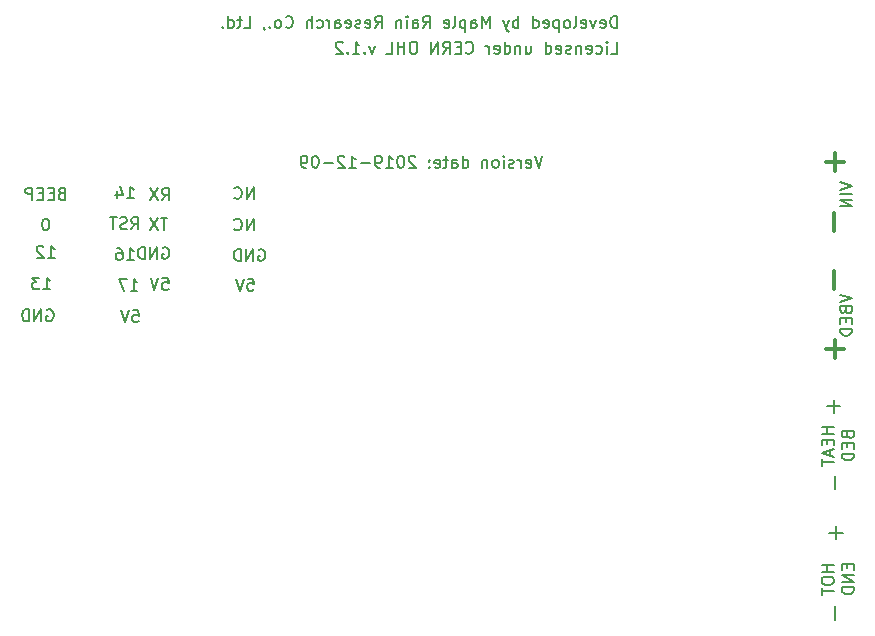
<source format=gbo>
G04 #@! TF.GenerationSoftware,KiCad,Pcbnew,5.0.2-bee76a0~70~ubuntu18.04.1*
G04 #@! TF.CreationDate,2019-12-09T08:46:58+09:00*
G04 #@! TF.ProjectId,MRR_ESPE,4d52525f-4553-4504-952e-6b696361645f,v0.5rev1*
G04 #@! TF.SameCoordinates,Original*
G04 #@! TF.FileFunction,Legend,Bot*
G04 #@! TF.FilePolarity,Positive*
%FSLAX46Y46*%
G04 Gerber Fmt 4.6, Leading zero omitted, Abs format (unit mm)*
G04 Created by KiCad (PCBNEW 5.0.2-bee76a0~70~ubuntu18.04.1) date Mon 09 Dec 2019 08:46:58 AM JST*
%MOMM*%
%LPD*%
G01*
G04 APERTURE LIST*
%ADD10C,0.200000*%
%ADD11C,0.300000*%
G04 APERTURE END LIST*
D10*
X72490476Y-67952380D02*
X73061904Y-67952380D01*
X72776190Y-67952380D02*
X72776190Y-66952380D01*
X72871428Y-67095238D01*
X72966666Y-67190476D01*
X73061904Y-67238095D01*
X72109523Y-67047619D02*
X72061904Y-67000000D01*
X71966666Y-66952380D01*
X71728571Y-66952380D01*
X71633333Y-67000000D01*
X71585714Y-67047619D01*
X71538095Y-67142857D01*
X71538095Y-67238095D01*
X71585714Y-67380952D01*
X72157142Y-67952380D01*
X71538095Y-67952380D01*
X72347619Y-64652380D02*
X72252380Y-64652380D01*
X72157142Y-64700000D01*
X72109523Y-64747619D01*
X72061904Y-64842857D01*
X72014285Y-65033333D01*
X72014285Y-65271428D01*
X72061904Y-65461904D01*
X72109523Y-65557142D01*
X72157142Y-65604761D01*
X72252380Y-65652380D01*
X72347619Y-65652380D01*
X72442857Y-65604761D01*
X72490476Y-65557142D01*
X72538095Y-65461904D01*
X72585714Y-65271428D01*
X72585714Y-65033333D01*
X72538095Y-64842857D01*
X72490476Y-64747619D01*
X72442857Y-64700000D01*
X72347619Y-64652380D01*
X73633333Y-62528571D02*
X73490476Y-62576190D01*
X73442857Y-62623809D01*
X73395238Y-62719047D01*
X73395238Y-62861904D01*
X73442857Y-62957142D01*
X73490476Y-63004761D01*
X73585714Y-63052380D01*
X73966666Y-63052380D01*
X73966666Y-62052380D01*
X73633333Y-62052380D01*
X73538095Y-62100000D01*
X73490476Y-62147619D01*
X73442857Y-62242857D01*
X73442857Y-62338095D01*
X73490476Y-62433333D01*
X73538095Y-62480952D01*
X73633333Y-62528571D01*
X73966666Y-62528571D01*
X72966666Y-62528571D02*
X72633333Y-62528571D01*
X72490476Y-63052380D02*
X72966666Y-63052380D01*
X72966666Y-62052380D01*
X72490476Y-62052380D01*
X72061904Y-62528571D02*
X71728571Y-62528571D01*
X71585714Y-63052380D02*
X72061904Y-63052380D01*
X72061904Y-62052380D01*
X71585714Y-62052380D01*
X71157142Y-63052380D02*
X71157142Y-62052380D01*
X70776190Y-62052380D01*
X70680952Y-62100000D01*
X70633333Y-62147619D01*
X70585714Y-62242857D01*
X70585714Y-62385714D01*
X70633333Y-62480952D01*
X70680952Y-62528571D01*
X70776190Y-62576190D01*
X71157142Y-62576190D01*
X79190476Y-62952380D02*
X79761904Y-62952380D01*
X79476190Y-62952380D02*
X79476190Y-61952380D01*
X79571428Y-62095238D01*
X79666666Y-62190476D01*
X79761904Y-62238095D01*
X78333333Y-62285714D02*
X78333333Y-62952380D01*
X78571428Y-61904761D02*
X78809523Y-62619047D01*
X78190476Y-62619047D01*
X79547619Y-65552380D02*
X79880952Y-65076190D01*
X80119047Y-65552380D02*
X80119047Y-64552380D01*
X79738095Y-64552380D01*
X79642857Y-64600000D01*
X79595238Y-64647619D01*
X79547619Y-64742857D01*
X79547619Y-64885714D01*
X79595238Y-64980952D01*
X79642857Y-65028571D01*
X79738095Y-65076190D01*
X80119047Y-65076190D01*
X79166666Y-65504761D02*
X79023809Y-65552380D01*
X78785714Y-65552380D01*
X78690476Y-65504761D01*
X78642857Y-65457142D01*
X78595238Y-65361904D01*
X78595238Y-65266666D01*
X78642857Y-65171428D01*
X78690476Y-65123809D01*
X78785714Y-65076190D01*
X78976190Y-65028571D01*
X79071428Y-64980952D01*
X79119047Y-64933333D01*
X79166666Y-64838095D01*
X79166666Y-64742857D01*
X79119047Y-64647619D01*
X79071428Y-64600000D01*
X78976190Y-64552380D01*
X78738095Y-64552380D01*
X78595238Y-64600000D01*
X78309523Y-64552380D02*
X77738095Y-64552380D01*
X78023809Y-65552380D02*
X78023809Y-64552380D01*
X79190476Y-68152380D02*
X79761904Y-68152380D01*
X79476190Y-68152380D02*
X79476190Y-67152380D01*
X79571428Y-67295238D01*
X79666666Y-67390476D01*
X79761904Y-67438095D01*
X78333333Y-67152380D02*
X78523809Y-67152380D01*
X78619047Y-67200000D01*
X78666666Y-67247619D01*
X78761904Y-67390476D01*
X78809523Y-67580952D01*
X78809523Y-67961904D01*
X78761904Y-68057142D01*
X78714285Y-68104761D01*
X78619047Y-68152380D01*
X78428571Y-68152380D01*
X78333333Y-68104761D01*
X78285714Y-68057142D01*
X78238095Y-67961904D01*
X78238095Y-67723809D01*
X78285714Y-67628571D01*
X78333333Y-67580952D01*
X78428571Y-67533333D01*
X78619047Y-67533333D01*
X78714285Y-67580952D01*
X78761904Y-67628571D01*
X78809523Y-67723809D01*
X79490476Y-70752380D02*
X80061904Y-70752380D01*
X79776190Y-70752380D02*
X79776190Y-69752380D01*
X79871428Y-69895238D01*
X79966666Y-69990476D01*
X80061904Y-70038095D01*
X79157142Y-69752380D02*
X78490476Y-69752380D01*
X78919047Y-70752380D01*
X72090476Y-70652380D02*
X72661904Y-70652380D01*
X72376190Y-70652380D02*
X72376190Y-69652380D01*
X72471428Y-69795238D01*
X72566666Y-69890476D01*
X72661904Y-69938095D01*
X71757142Y-69652380D02*
X71138095Y-69652380D01*
X71471428Y-70033333D01*
X71328571Y-70033333D01*
X71233333Y-70080952D01*
X71185714Y-70128571D01*
X71138095Y-70223809D01*
X71138095Y-70461904D01*
X71185714Y-70557142D01*
X71233333Y-70604761D01*
X71328571Y-70652380D01*
X71614285Y-70652380D01*
X71709523Y-70604761D01*
X71757142Y-70557142D01*
X139084142Y-98615428D02*
X139084142Y-97472571D01*
D11*
X139004857Y-70611904D02*
X139004857Y-69088095D01*
D10*
X72389904Y-72398000D02*
X72485142Y-72350380D01*
X72628000Y-72350380D01*
X72770857Y-72398000D01*
X72866095Y-72493238D01*
X72913714Y-72588476D01*
X72961333Y-72778952D01*
X72961333Y-72921809D01*
X72913714Y-73112285D01*
X72866095Y-73207523D01*
X72770857Y-73302761D01*
X72628000Y-73350380D01*
X72532761Y-73350380D01*
X72389904Y-73302761D01*
X72342285Y-73255142D01*
X72342285Y-72921809D01*
X72532761Y-72921809D01*
X71913714Y-73350380D02*
X71913714Y-72350380D01*
X71342285Y-73350380D01*
X71342285Y-72350380D01*
X70866095Y-73350380D02*
X70866095Y-72350380D01*
X70628000Y-72350380D01*
X70485142Y-72398000D01*
X70389904Y-72493238D01*
X70342285Y-72588476D01*
X70294666Y-72778952D01*
X70294666Y-72921809D01*
X70342285Y-73112285D01*
X70389904Y-73207523D01*
X70485142Y-73302761D01*
X70628000Y-73350380D01*
X70866095Y-73350380D01*
X79656476Y-72398380D02*
X80132666Y-72398380D01*
X80180285Y-72874571D01*
X80132666Y-72826952D01*
X80037428Y-72779333D01*
X79799333Y-72779333D01*
X79704095Y-72826952D01*
X79656476Y-72874571D01*
X79608857Y-72969809D01*
X79608857Y-73207904D01*
X79656476Y-73303142D01*
X79704095Y-73350761D01*
X79799333Y-73398380D01*
X80037428Y-73398380D01*
X80132666Y-73350761D01*
X80180285Y-73303142D01*
X79323142Y-72398380D02*
X78989809Y-73398380D01*
X78656476Y-72398380D01*
X139004380Y-93985523D02*
X138004380Y-93985523D01*
X138480571Y-93985523D02*
X138480571Y-94556952D01*
X139004380Y-94556952D02*
X138004380Y-94556952D01*
X138004380Y-95223619D02*
X138004380Y-95414095D01*
X138052000Y-95509333D01*
X138147238Y-95604571D01*
X138337714Y-95652190D01*
X138671047Y-95652190D01*
X138861523Y-95604571D01*
X138956761Y-95509333D01*
X139004380Y-95414095D01*
X139004380Y-95223619D01*
X138956761Y-95128380D01*
X138861523Y-95033142D01*
X138671047Y-94985523D01*
X138337714Y-94985523D01*
X138147238Y-95033142D01*
X138052000Y-95128380D01*
X138004380Y-95223619D01*
X138004380Y-95937904D02*
X138004380Y-96509333D01*
X139004380Y-96223619D02*
X138004380Y-96223619D01*
X140180571Y-93937904D02*
X140180571Y-94271238D01*
X140704380Y-94414095D02*
X140704380Y-93937904D01*
X139704380Y-93937904D01*
X139704380Y-94414095D01*
X140704380Y-94842666D02*
X139704380Y-94842666D01*
X140704380Y-95414095D01*
X139704380Y-95414095D01*
X140704380Y-95890285D02*
X139704380Y-95890285D01*
X139704380Y-96128380D01*
X139752000Y-96271238D01*
X139847238Y-96366476D01*
X139942476Y-96414095D01*
X140132952Y-96461714D01*
X140275809Y-96461714D01*
X140466285Y-96414095D01*
X140561523Y-96366476D01*
X140656761Y-96271238D01*
X140704380Y-96128380D01*
X140704380Y-95890285D01*
X139004380Y-82328380D02*
X138004380Y-82328380D01*
X138480571Y-82328380D02*
X138480571Y-82899809D01*
X139004380Y-82899809D02*
X138004380Y-82899809D01*
X138480571Y-83376000D02*
X138480571Y-83709333D01*
X139004380Y-83852190D02*
X139004380Y-83376000D01*
X138004380Y-83376000D01*
X138004380Y-83852190D01*
X138718666Y-84233142D02*
X138718666Y-84709333D01*
X139004380Y-84137904D02*
X138004380Y-84471238D01*
X139004380Y-84804571D01*
X138004380Y-84995047D02*
X138004380Y-85566476D01*
X139004380Y-85280761D02*
X138004380Y-85280761D01*
X140180571Y-82995047D02*
X140228190Y-83137904D01*
X140275809Y-83185523D01*
X140371047Y-83233142D01*
X140513904Y-83233142D01*
X140609142Y-83185523D01*
X140656761Y-83137904D01*
X140704380Y-83042666D01*
X140704380Y-82661714D01*
X139704380Y-82661714D01*
X139704380Y-82995047D01*
X139752000Y-83090285D01*
X139799619Y-83137904D01*
X139894857Y-83185523D01*
X139990095Y-83185523D01*
X140085333Y-83137904D01*
X140132952Y-83090285D01*
X140180571Y-82995047D01*
X140180571Y-82661714D01*
X140180571Y-83661714D02*
X140180571Y-83995047D01*
X140704380Y-84137904D02*
X140704380Y-83661714D01*
X139704380Y-83661714D01*
X139704380Y-84137904D01*
X140704380Y-84566476D02*
X139704380Y-84566476D01*
X139704380Y-84804571D01*
X139752000Y-84947428D01*
X139847238Y-85042666D01*
X139942476Y-85090285D01*
X140132952Y-85137904D01*
X140275809Y-85137904D01*
X140466285Y-85090285D01*
X140561523Y-85042666D01*
X140656761Y-84947428D01*
X140704380Y-84804571D01*
X140704380Y-84566476D01*
X139554380Y-71090285D02*
X140554380Y-71423619D01*
X139554380Y-71756952D01*
X140030571Y-72423619D02*
X140078190Y-72566476D01*
X140125809Y-72614095D01*
X140221047Y-72661714D01*
X140363904Y-72661714D01*
X140459142Y-72614095D01*
X140506761Y-72566476D01*
X140554380Y-72471238D01*
X140554380Y-72090285D01*
X139554380Y-72090285D01*
X139554380Y-72423619D01*
X139602000Y-72518857D01*
X139649619Y-72566476D01*
X139744857Y-72614095D01*
X139840095Y-72614095D01*
X139935333Y-72566476D01*
X139982952Y-72518857D01*
X140030571Y-72423619D01*
X140030571Y-72090285D01*
X140030571Y-73090285D02*
X140030571Y-73423619D01*
X140554380Y-73566476D02*
X140554380Y-73090285D01*
X139554380Y-73090285D01*
X139554380Y-73566476D01*
X140554380Y-73995047D02*
X139554380Y-73995047D01*
X139554380Y-74233142D01*
X139602000Y-74376000D01*
X139697238Y-74471238D01*
X139792476Y-74518857D01*
X139982952Y-74566476D01*
X140125809Y-74566476D01*
X140316285Y-74518857D01*
X140411523Y-74471238D01*
X140506761Y-74376000D01*
X140554380Y-74233142D01*
X140554380Y-73995047D01*
X139554380Y-61580761D02*
X140554380Y-61914095D01*
X139554380Y-62247428D01*
X140554380Y-62580761D02*
X139554380Y-62580761D01*
X140554380Y-63056952D02*
X139554380Y-63056952D01*
X140554380Y-63628380D01*
X139554380Y-63628380D01*
X139194142Y-91812428D02*
X139194142Y-90669571D01*
X139765571Y-91241000D02*
X138622714Y-91241000D01*
X139009142Y-81132428D02*
X139009142Y-79989571D01*
X139580571Y-80561000D02*
X138437714Y-80561000D01*
X139084142Y-87582428D02*
X139084142Y-86439571D01*
D11*
X138350095Y-59848857D02*
X139873904Y-59848857D01*
X139112000Y-60610761D02*
X139112000Y-59086952D01*
X139004857Y-65667904D02*
X139004857Y-64144095D01*
X138390095Y-75738857D02*
X139913904Y-75738857D01*
X139152000Y-76500761D02*
X139152000Y-74976952D01*
D10*
X114355714Y-59350380D02*
X114022380Y-60350380D01*
X113689047Y-59350380D01*
X112974761Y-60302761D02*
X113070000Y-60350380D01*
X113260476Y-60350380D01*
X113355714Y-60302761D01*
X113403333Y-60207523D01*
X113403333Y-59826571D01*
X113355714Y-59731333D01*
X113260476Y-59683714D01*
X113070000Y-59683714D01*
X112974761Y-59731333D01*
X112927142Y-59826571D01*
X112927142Y-59921809D01*
X113403333Y-60017047D01*
X112498571Y-60350380D02*
X112498571Y-59683714D01*
X112498571Y-59874190D02*
X112450952Y-59778952D01*
X112403333Y-59731333D01*
X112308095Y-59683714D01*
X112212857Y-59683714D01*
X111927142Y-60302761D02*
X111831904Y-60350380D01*
X111641428Y-60350380D01*
X111546190Y-60302761D01*
X111498571Y-60207523D01*
X111498571Y-60159904D01*
X111546190Y-60064666D01*
X111641428Y-60017047D01*
X111784285Y-60017047D01*
X111879523Y-59969428D01*
X111927142Y-59874190D01*
X111927142Y-59826571D01*
X111879523Y-59731333D01*
X111784285Y-59683714D01*
X111641428Y-59683714D01*
X111546190Y-59731333D01*
X111069999Y-60350380D02*
X111069999Y-59683714D01*
X111069999Y-59350380D02*
X111117619Y-59398000D01*
X111069999Y-59445619D01*
X111022380Y-59398000D01*
X111069999Y-59350380D01*
X111069999Y-59445619D01*
X110450952Y-60350380D02*
X110546190Y-60302761D01*
X110593809Y-60255142D01*
X110641428Y-60159904D01*
X110641428Y-59874190D01*
X110593809Y-59778952D01*
X110546190Y-59731333D01*
X110450952Y-59683714D01*
X110308095Y-59683714D01*
X110212857Y-59731333D01*
X110165238Y-59778952D01*
X110117619Y-59874190D01*
X110117619Y-60159904D01*
X110165238Y-60255142D01*
X110212857Y-60302761D01*
X110308095Y-60350380D01*
X110450952Y-60350380D01*
X109689047Y-59683714D02*
X109689047Y-60350380D01*
X109689047Y-59778952D02*
X109641428Y-59731333D01*
X109546190Y-59683714D01*
X109403333Y-59683714D01*
X109308095Y-59731333D01*
X109260476Y-59826571D01*
X109260476Y-60350380D01*
X107593809Y-60350380D02*
X107593809Y-59350380D01*
X107593809Y-60302761D02*
X107689047Y-60350380D01*
X107879523Y-60350380D01*
X107974761Y-60302761D01*
X108022380Y-60255142D01*
X108069999Y-60159904D01*
X108069999Y-59874190D01*
X108022380Y-59778952D01*
X107974761Y-59731333D01*
X107879523Y-59683714D01*
X107689047Y-59683714D01*
X107593809Y-59731333D01*
X106689047Y-60350380D02*
X106689047Y-59826571D01*
X106736666Y-59731333D01*
X106831904Y-59683714D01*
X107022380Y-59683714D01*
X107117619Y-59731333D01*
X106689047Y-60302761D02*
X106784285Y-60350380D01*
X107022380Y-60350380D01*
X107117619Y-60302761D01*
X107165238Y-60207523D01*
X107165238Y-60112285D01*
X107117619Y-60017047D01*
X107022380Y-59969428D01*
X106784285Y-59969428D01*
X106689047Y-59921809D01*
X106355714Y-59683714D02*
X105974761Y-59683714D01*
X106212857Y-59350380D02*
X106212857Y-60207523D01*
X106165238Y-60302761D01*
X106069999Y-60350380D01*
X105974761Y-60350380D01*
X105260476Y-60302761D02*
X105355714Y-60350380D01*
X105546190Y-60350380D01*
X105641428Y-60302761D01*
X105689047Y-60207523D01*
X105689047Y-59826571D01*
X105641428Y-59731333D01*
X105546190Y-59683714D01*
X105355714Y-59683714D01*
X105260476Y-59731333D01*
X105212857Y-59826571D01*
X105212857Y-59921809D01*
X105689047Y-60017047D01*
X104784285Y-60255142D02*
X104736666Y-60302761D01*
X104784285Y-60350380D01*
X104831904Y-60302761D01*
X104784285Y-60255142D01*
X104784285Y-60350380D01*
X104784285Y-59731333D02*
X104736666Y-59778952D01*
X104784285Y-59826571D01*
X104831904Y-59778952D01*
X104784285Y-59731333D01*
X104784285Y-59826571D01*
X103593809Y-59445619D02*
X103546190Y-59398000D01*
X103450952Y-59350380D01*
X103212857Y-59350380D01*
X103117619Y-59398000D01*
X103069999Y-59445619D01*
X103022380Y-59540857D01*
X103022380Y-59636095D01*
X103069999Y-59778952D01*
X103641428Y-60350380D01*
X103022380Y-60350380D01*
X102403333Y-59350380D02*
X102308095Y-59350380D01*
X102212857Y-59398000D01*
X102165238Y-59445619D01*
X102117619Y-59540857D01*
X102069999Y-59731333D01*
X102069999Y-59969428D01*
X102117619Y-60159904D01*
X102165238Y-60255142D01*
X102212857Y-60302761D01*
X102308095Y-60350380D01*
X102403333Y-60350380D01*
X102498571Y-60302761D01*
X102546190Y-60255142D01*
X102593809Y-60159904D01*
X102641428Y-59969428D01*
X102641428Y-59731333D01*
X102593809Y-59540857D01*
X102546190Y-59445619D01*
X102498571Y-59398000D01*
X102403333Y-59350380D01*
X101117619Y-60350380D02*
X101689047Y-60350380D01*
X101403333Y-60350380D02*
X101403333Y-59350380D01*
X101498571Y-59493238D01*
X101593809Y-59588476D01*
X101689047Y-59636095D01*
X100641428Y-60350380D02*
X100450952Y-60350380D01*
X100355714Y-60302761D01*
X100308095Y-60255142D01*
X100212857Y-60112285D01*
X100165238Y-59921809D01*
X100165238Y-59540857D01*
X100212857Y-59445619D01*
X100260476Y-59398000D01*
X100355714Y-59350380D01*
X100546190Y-59350380D01*
X100641428Y-59398000D01*
X100689047Y-59445619D01*
X100736666Y-59540857D01*
X100736666Y-59778952D01*
X100689047Y-59874190D01*
X100641428Y-59921809D01*
X100546190Y-59969428D01*
X100355714Y-59969428D01*
X100260476Y-59921809D01*
X100212857Y-59874190D01*
X100165238Y-59778952D01*
X99736666Y-59969428D02*
X98974761Y-59969428D01*
X97974761Y-60350380D02*
X98546190Y-60350380D01*
X98260476Y-60350380D02*
X98260476Y-59350380D01*
X98355714Y-59493238D01*
X98450952Y-59588476D01*
X98546190Y-59636095D01*
X97593809Y-59445619D02*
X97546190Y-59398000D01*
X97450952Y-59350380D01*
X97212857Y-59350380D01*
X97117619Y-59398000D01*
X97069999Y-59445619D01*
X97022380Y-59540857D01*
X97022380Y-59636095D01*
X97069999Y-59778952D01*
X97641428Y-60350380D01*
X97022380Y-60350380D01*
X96593809Y-59969428D02*
X95831904Y-59969428D01*
X95165238Y-59350380D02*
X95069999Y-59350380D01*
X94974761Y-59398000D01*
X94927142Y-59445619D01*
X94879523Y-59540857D01*
X94831904Y-59731333D01*
X94831904Y-59969428D01*
X94879523Y-60159904D01*
X94927142Y-60255142D01*
X94974761Y-60302761D01*
X95069999Y-60350380D01*
X95165238Y-60350380D01*
X95260476Y-60302761D01*
X95308095Y-60255142D01*
X95355714Y-60159904D01*
X95403333Y-59969428D01*
X95403333Y-59731333D01*
X95355714Y-59540857D01*
X95308095Y-59445619D01*
X95260476Y-59398000D01*
X95165238Y-59350380D01*
X94355714Y-60350380D02*
X94165238Y-60350380D01*
X94069999Y-60302761D01*
X94022380Y-60255142D01*
X93927142Y-60112285D01*
X93879523Y-59921809D01*
X93879523Y-59540857D01*
X93927142Y-59445619D01*
X93974761Y-59398000D01*
X94069999Y-59350380D01*
X94260476Y-59350380D01*
X94355714Y-59398000D01*
X94403333Y-59445619D01*
X94450952Y-59540857D01*
X94450952Y-59778952D01*
X94403333Y-59874190D01*
X94355714Y-59921809D01*
X94260476Y-59969428D01*
X94069999Y-59969428D01*
X93974761Y-59921809D01*
X93927142Y-59874190D01*
X93879523Y-59778952D01*
X120650476Y-48510380D02*
X120650476Y-47510380D01*
X120412380Y-47510380D01*
X120269523Y-47558000D01*
X120174285Y-47653238D01*
X120126666Y-47748476D01*
X120079047Y-47938952D01*
X120079047Y-48081809D01*
X120126666Y-48272285D01*
X120174285Y-48367523D01*
X120269523Y-48462761D01*
X120412380Y-48510380D01*
X120650476Y-48510380D01*
X119269523Y-48462761D02*
X119364761Y-48510380D01*
X119555238Y-48510380D01*
X119650476Y-48462761D01*
X119698095Y-48367523D01*
X119698095Y-47986571D01*
X119650476Y-47891333D01*
X119555238Y-47843714D01*
X119364761Y-47843714D01*
X119269523Y-47891333D01*
X119221904Y-47986571D01*
X119221904Y-48081809D01*
X119698095Y-48177047D01*
X118888571Y-47843714D02*
X118650476Y-48510380D01*
X118412380Y-47843714D01*
X117650476Y-48462761D02*
X117745714Y-48510380D01*
X117936190Y-48510380D01*
X118031428Y-48462761D01*
X118079047Y-48367523D01*
X118079047Y-47986571D01*
X118031428Y-47891333D01*
X117936190Y-47843714D01*
X117745714Y-47843714D01*
X117650476Y-47891333D01*
X117602857Y-47986571D01*
X117602857Y-48081809D01*
X118079047Y-48177047D01*
X117031428Y-48510380D02*
X117126666Y-48462761D01*
X117174285Y-48367523D01*
X117174285Y-47510380D01*
X116507619Y-48510380D02*
X116602857Y-48462761D01*
X116650476Y-48415142D01*
X116698095Y-48319904D01*
X116698095Y-48034190D01*
X116650476Y-47938952D01*
X116602857Y-47891333D01*
X116507619Y-47843714D01*
X116364761Y-47843714D01*
X116269523Y-47891333D01*
X116221904Y-47938952D01*
X116174285Y-48034190D01*
X116174285Y-48319904D01*
X116221904Y-48415142D01*
X116269523Y-48462761D01*
X116364761Y-48510380D01*
X116507619Y-48510380D01*
X115745714Y-47843714D02*
X115745714Y-48843714D01*
X115745714Y-47891333D02*
X115650476Y-47843714D01*
X115460000Y-47843714D01*
X115364761Y-47891333D01*
X115317142Y-47938952D01*
X115269523Y-48034190D01*
X115269523Y-48319904D01*
X115317142Y-48415142D01*
X115364761Y-48462761D01*
X115460000Y-48510380D01*
X115650476Y-48510380D01*
X115745714Y-48462761D01*
X114460000Y-48462761D02*
X114555238Y-48510380D01*
X114745714Y-48510380D01*
X114840952Y-48462761D01*
X114888571Y-48367523D01*
X114888571Y-47986571D01*
X114840952Y-47891333D01*
X114745714Y-47843714D01*
X114555238Y-47843714D01*
X114460000Y-47891333D01*
X114412380Y-47986571D01*
X114412380Y-48081809D01*
X114888571Y-48177047D01*
X113555238Y-48510380D02*
X113555238Y-47510380D01*
X113555238Y-48462761D02*
X113650476Y-48510380D01*
X113840952Y-48510380D01*
X113936190Y-48462761D01*
X113983809Y-48415142D01*
X114031428Y-48319904D01*
X114031428Y-48034190D01*
X113983809Y-47938952D01*
X113936190Y-47891333D01*
X113840952Y-47843714D01*
X113650476Y-47843714D01*
X113555238Y-47891333D01*
X112317142Y-48510380D02*
X112317142Y-47510380D01*
X112317142Y-47891333D02*
X112221904Y-47843714D01*
X112031428Y-47843714D01*
X111936190Y-47891333D01*
X111888571Y-47938952D01*
X111840952Y-48034190D01*
X111840952Y-48319904D01*
X111888571Y-48415142D01*
X111936190Y-48462761D01*
X112031428Y-48510380D01*
X112221904Y-48510380D01*
X112317142Y-48462761D01*
X111507619Y-47843714D02*
X111269523Y-48510380D01*
X111031428Y-47843714D02*
X111269523Y-48510380D01*
X111364761Y-48748476D01*
X111412380Y-48796095D01*
X111507619Y-48843714D01*
X109888571Y-48510380D02*
X109888571Y-47510380D01*
X109555238Y-48224666D01*
X109221904Y-47510380D01*
X109221904Y-48510380D01*
X108317142Y-48510380D02*
X108317142Y-47986571D01*
X108364761Y-47891333D01*
X108460000Y-47843714D01*
X108650476Y-47843714D01*
X108745714Y-47891333D01*
X108317142Y-48462761D02*
X108412380Y-48510380D01*
X108650476Y-48510380D01*
X108745714Y-48462761D01*
X108793333Y-48367523D01*
X108793333Y-48272285D01*
X108745714Y-48177047D01*
X108650476Y-48129428D01*
X108412380Y-48129428D01*
X108317142Y-48081809D01*
X107840952Y-47843714D02*
X107840952Y-48843714D01*
X107840952Y-47891333D02*
X107745714Y-47843714D01*
X107555238Y-47843714D01*
X107460000Y-47891333D01*
X107412380Y-47938952D01*
X107364761Y-48034190D01*
X107364761Y-48319904D01*
X107412380Y-48415142D01*
X107460000Y-48462761D01*
X107555238Y-48510380D01*
X107745714Y-48510380D01*
X107840952Y-48462761D01*
X106793333Y-48510380D02*
X106888571Y-48462761D01*
X106936190Y-48367523D01*
X106936190Y-47510380D01*
X106031428Y-48462761D02*
X106126666Y-48510380D01*
X106317142Y-48510380D01*
X106412380Y-48462761D01*
X106460000Y-48367523D01*
X106460000Y-47986571D01*
X106412380Y-47891333D01*
X106317142Y-47843714D01*
X106126666Y-47843714D01*
X106031428Y-47891333D01*
X105983809Y-47986571D01*
X105983809Y-48081809D01*
X106460000Y-48177047D01*
X104221904Y-48510380D02*
X104555238Y-48034190D01*
X104793333Y-48510380D02*
X104793333Y-47510380D01*
X104412380Y-47510380D01*
X104317142Y-47558000D01*
X104269523Y-47605619D01*
X104221904Y-47700857D01*
X104221904Y-47843714D01*
X104269523Y-47938952D01*
X104317142Y-47986571D01*
X104412380Y-48034190D01*
X104793333Y-48034190D01*
X103364761Y-48510380D02*
X103364761Y-47986571D01*
X103412380Y-47891333D01*
X103507619Y-47843714D01*
X103698095Y-47843714D01*
X103793333Y-47891333D01*
X103364761Y-48462761D02*
X103460000Y-48510380D01*
X103698095Y-48510380D01*
X103793333Y-48462761D01*
X103840952Y-48367523D01*
X103840952Y-48272285D01*
X103793333Y-48177047D01*
X103698095Y-48129428D01*
X103460000Y-48129428D01*
X103364761Y-48081809D01*
X102888571Y-48510380D02*
X102888571Y-47843714D01*
X102888571Y-47510380D02*
X102936190Y-47558000D01*
X102888571Y-47605619D01*
X102840952Y-47558000D01*
X102888571Y-47510380D01*
X102888571Y-47605619D01*
X102412380Y-47843714D02*
X102412380Y-48510380D01*
X102412380Y-47938952D02*
X102364761Y-47891333D01*
X102269523Y-47843714D01*
X102126666Y-47843714D01*
X102031428Y-47891333D01*
X101983809Y-47986571D01*
X101983809Y-48510380D01*
X100174285Y-48510380D02*
X100507619Y-48034190D01*
X100745714Y-48510380D02*
X100745714Y-47510380D01*
X100364761Y-47510380D01*
X100269523Y-47558000D01*
X100221904Y-47605619D01*
X100174285Y-47700857D01*
X100174285Y-47843714D01*
X100221904Y-47938952D01*
X100269523Y-47986571D01*
X100364761Y-48034190D01*
X100745714Y-48034190D01*
X99364761Y-48462761D02*
X99460000Y-48510380D01*
X99650476Y-48510380D01*
X99745714Y-48462761D01*
X99793333Y-48367523D01*
X99793333Y-47986571D01*
X99745714Y-47891333D01*
X99650476Y-47843714D01*
X99460000Y-47843714D01*
X99364761Y-47891333D01*
X99317142Y-47986571D01*
X99317142Y-48081809D01*
X99793333Y-48177047D01*
X98936190Y-48462761D02*
X98840952Y-48510380D01*
X98650476Y-48510380D01*
X98555238Y-48462761D01*
X98507619Y-48367523D01*
X98507619Y-48319904D01*
X98555238Y-48224666D01*
X98650476Y-48177047D01*
X98793333Y-48177047D01*
X98888571Y-48129428D01*
X98936190Y-48034190D01*
X98936190Y-47986571D01*
X98888571Y-47891333D01*
X98793333Y-47843714D01*
X98650476Y-47843714D01*
X98555238Y-47891333D01*
X97698095Y-48462761D02*
X97793333Y-48510380D01*
X97983809Y-48510380D01*
X98079047Y-48462761D01*
X98126666Y-48367523D01*
X98126666Y-47986571D01*
X98079047Y-47891333D01*
X97983809Y-47843714D01*
X97793333Y-47843714D01*
X97698095Y-47891333D01*
X97650476Y-47986571D01*
X97650476Y-48081809D01*
X98126666Y-48177047D01*
X96793333Y-48510380D02*
X96793333Y-47986571D01*
X96840952Y-47891333D01*
X96936190Y-47843714D01*
X97126666Y-47843714D01*
X97221904Y-47891333D01*
X96793333Y-48462761D02*
X96888571Y-48510380D01*
X97126666Y-48510380D01*
X97221904Y-48462761D01*
X97269523Y-48367523D01*
X97269523Y-48272285D01*
X97221904Y-48177047D01*
X97126666Y-48129428D01*
X96888571Y-48129428D01*
X96793333Y-48081809D01*
X96317142Y-48510380D02*
X96317142Y-47843714D01*
X96317142Y-48034190D02*
X96269523Y-47938952D01*
X96221904Y-47891333D01*
X96126666Y-47843714D01*
X96031428Y-47843714D01*
X95269523Y-48462761D02*
X95364761Y-48510380D01*
X95555238Y-48510380D01*
X95650476Y-48462761D01*
X95698095Y-48415142D01*
X95745714Y-48319904D01*
X95745714Y-48034190D01*
X95698095Y-47938952D01*
X95650476Y-47891333D01*
X95555238Y-47843714D01*
X95364761Y-47843714D01*
X95269523Y-47891333D01*
X94840952Y-48510380D02*
X94840952Y-47510380D01*
X94412380Y-48510380D02*
X94412380Y-47986571D01*
X94460000Y-47891333D01*
X94555238Y-47843714D01*
X94698095Y-47843714D01*
X94793333Y-47891333D01*
X94840952Y-47938952D01*
X92602857Y-48415142D02*
X92650476Y-48462761D01*
X92793333Y-48510380D01*
X92888571Y-48510380D01*
X93031428Y-48462761D01*
X93126666Y-48367523D01*
X93174285Y-48272285D01*
X93221904Y-48081809D01*
X93221904Y-47938952D01*
X93174285Y-47748476D01*
X93126666Y-47653238D01*
X93031428Y-47558000D01*
X92888571Y-47510380D01*
X92793333Y-47510380D01*
X92650476Y-47558000D01*
X92602857Y-47605619D01*
X92031428Y-48510380D02*
X92126666Y-48462761D01*
X92174285Y-48415142D01*
X92221904Y-48319904D01*
X92221904Y-48034190D01*
X92174285Y-47938952D01*
X92126666Y-47891333D01*
X92031428Y-47843714D01*
X91888571Y-47843714D01*
X91793333Y-47891333D01*
X91745714Y-47938952D01*
X91698095Y-48034190D01*
X91698095Y-48319904D01*
X91745714Y-48415142D01*
X91793333Y-48462761D01*
X91888571Y-48510380D01*
X92031428Y-48510380D01*
X91269523Y-48415142D02*
X91221904Y-48462761D01*
X91269523Y-48510380D01*
X91317142Y-48462761D01*
X91269523Y-48415142D01*
X91269523Y-48510380D01*
X90745714Y-48462761D02*
X90745714Y-48510380D01*
X90793333Y-48605619D01*
X90840952Y-48653238D01*
X89079047Y-48510380D02*
X89555238Y-48510380D01*
X89555238Y-47510380D01*
X88888571Y-47843714D02*
X88507619Y-47843714D01*
X88745714Y-47510380D02*
X88745714Y-48367523D01*
X88698095Y-48462761D01*
X88602857Y-48510380D01*
X88507619Y-48510380D01*
X87745714Y-48510380D02*
X87745714Y-47510380D01*
X87745714Y-48462761D02*
X87840952Y-48510380D01*
X88031428Y-48510380D01*
X88126666Y-48462761D01*
X88174285Y-48415142D01*
X88221904Y-48319904D01*
X88221904Y-48034190D01*
X88174285Y-47938952D01*
X88126666Y-47891333D01*
X88031428Y-47843714D01*
X87840952Y-47843714D01*
X87745714Y-47891333D01*
X87269523Y-48415142D02*
X87221904Y-48462761D01*
X87269523Y-48510380D01*
X87317142Y-48462761D01*
X87269523Y-48415142D01*
X87269523Y-48510380D01*
X120150952Y-50690380D02*
X120627142Y-50690380D01*
X120627142Y-49690380D01*
X119817619Y-50690380D02*
X119817619Y-50023714D01*
X119817619Y-49690380D02*
X119865238Y-49738000D01*
X119817619Y-49785619D01*
X119770000Y-49738000D01*
X119817619Y-49690380D01*
X119817619Y-49785619D01*
X118912857Y-50642761D02*
X119008095Y-50690380D01*
X119198571Y-50690380D01*
X119293809Y-50642761D01*
X119341428Y-50595142D01*
X119389047Y-50499904D01*
X119389047Y-50214190D01*
X119341428Y-50118952D01*
X119293809Y-50071333D01*
X119198571Y-50023714D01*
X119008095Y-50023714D01*
X118912857Y-50071333D01*
X118103333Y-50642761D02*
X118198571Y-50690380D01*
X118389047Y-50690380D01*
X118484285Y-50642761D01*
X118531904Y-50547523D01*
X118531904Y-50166571D01*
X118484285Y-50071333D01*
X118389047Y-50023714D01*
X118198571Y-50023714D01*
X118103333Y-50071333D01*
X118055714Y-50166571D01*
X118055714Y-50261809D01*
X118531904Y-50357047D01*
X117627142Y-50023714D02*
X117627142Y-50690380D01*
X117627142Y-50118952D02*
X117579523Y-50071333D01*
X117484285Y-50023714D01*
X117341428Y-50023714D01*
X117246190Y-50071333D01*
X117198571Y-50166571D01*
X117198571Y-50690380D01*
X116770000Y-50642761D02*
X116674761Y-50690380D01*
X116484285Y-50690380D01*
X116389047Y-50642761D01*
X116341428Y-50547523D01*
X116341428Y-50499904D01*
X116389047Y-50404666D01*
X116484285Y-50357047D01*
X116627142Y-50357047D01*
X116722380Y-50309428D01*
X116770000Y-50214190D01*
X116770000Y-50166571D01*
X116722380Y-50071333D01*
X116627142Y-50023714D01*
X116484285Y-50023714D01*
X116389047Y-50071333D01*
X115531904Y-50642761D02*
X115627142Y-50690380D01*
X115817619Y-50690380D01*
X115912857Y-50642761D01*
X115960476Y-50547523D01*
X115960476Y-50166571D01*
X115912857Y-50071333D01*
X115817619Y-50023714D01*
X115627142Y-50023714D01*
X115531904Y-50071333D01*
X115484285Y-50166571D01*
X115484285Y-50261809D01*
X115960476Y-50357047D01*
X114627142Y-50690380D02*
X114627142Y-49690380D01*
X114627142Y-50642761D02*
X114722380Y-50690380D01*
X114912857Y-50690380D01*
X115008095Y-50642761D01*
X115055714Y-50595142D01*
X115103333Y-50499904D01*
X115103333Y-50214190D01*
X115055714Y-50118952D01*
X115008095Y-50071333D01*
X114912857Y-50023714D01*
X114722380Y-50023714D01*
X114627142Y-50071333D01*
X112960476Y-50023714D02*
X112960476Y-50690380D01*
X113389047Y-50023714D02*
X113389047Y-50547523D01*
X113341428Y-50642761D01*
X113246190Y-50690380D01*
X113103333Y-50690380D01*
X113008095Y-50642761D01*
X112960476Y-50595142D01*
X112484285Y-50023714D02*
X112484285Y-50690380D01*
X112484285Y-50118952D02*
X112436666Y-50071333D01*
X112341428Y-50023714D01*
X112198571Y-50023714D01*
X112103333Y-50071333D01*
X112055714Y-50166571D01*
X112055714Y-50690380D01*
X111150952Y-50690380D02*
X111150952Y-49690380D01*
X111150952Y-50642761D02*
X111246190Y-50690380D01*
X111436666Y-50690380D01*
X111531904Y-50642761D01*
X111579523Y-50595142D01*
X111627142Y-50499904D01*
X111627142Y-50214190D01*
X111579523Y-50118952D01*
X111531904Y-50071333D01*
X111436666Y-50023714D01*
X111246190Y-50023714D01*
X111150952Y-50071333D01*
X110293809Y-50642761D02*
X110389047Y-50690380D01*
X110579523Y-50690380D01*
X110674761Y-50642761D01*
X110722380Y-50547523D01*
X110722380Y-50166571D01*
X110674761Y-50071333D01*
X110579523Y-50023714D01*
X110389047Y-50023714D01*
X110293809Y-50071333D01*
X110246190Y-50166571D01*
X110246190Y-50261809D01*
X110722380Y-50357047D01*
X109817619Y-50690380D02*
X109817619Y-50023714D01*
X109817619Y-50214190D02*
X109770000Y-50118952D01*
X109722380Y-50071333D01*
X109627142Y-50023714D01*
X109531904Y-50023714D01*
X107865238Y-50595142D02*
X107912857Y-50642761D01*
X108055714Y-50690380D01*
X108150952Y-50690380D01*
X108293809Y-50642761D01*
X108389047Y-50547523D01*
X108436666Y-50452285D01*
X108484285Y-50261809D01*
X108484285Y-50118952D01*
X108436666Y-49928476D01*
X108389047Y-49833238D01*
X108293809Y-49738000D01*
X108150952Y-49690380D01*
X108055714Y-49690380D01*
X107912857Y-49738000D01*
X107865238Y-49785619D01*
X107436666Y-50166571D02*
X107103333Y-50166571D01*
X106960476Y-50690380D02*
X107436666Y-50690380D01*
X107436666Y-49690380D01*
X106960476Y-49690380D01*
X105960476Y-50690380D02*
X106293809Y-50214190D01*
X106531904Y-50690380D02*
X106531904Y-49690380D01*
X106150952Y-49690380D01*
X106055714Y-49738000D01*
X106008095Y-49785619D01*
X105960476Y-49880857D01*
X105960476Y-50023714D01*
X106008095Y-50118952D01*
X106055714Y-50166571D01*
X106150952Y-50214190D01*
X106531904Y-50214190D01*
X105531904Y-50690380D02*
X105531904Y-49690380D01*
X104960476Y-50690380D01*
X104960476Y-49690380D01*
X103531904Y-49690380D02*
X103341428Y-49690380D01*
X103246190Y-49738000D01*
X103150952Y-49833238D01*
X103103333Y-50023714D01*
X103103333Y-50357047D01*
X103150952Y-50547523D01*
X103246190Y-50642761D01*
X103341428Y-50690380D01*
X103531904Y-50690380D01*
X103627142Y-50642761D01*
X103722380Y-50547523D01*
X103770000Y-50357047D01*
X103770000Y-50023714D01*
X103722380Y-49833238D01*
X103627142Y-49738000D01*
X103531904Y-49690380D01*
X102674761Y-50690380D02*
X102674761Y-49690380D01*
X102674761Y-50166571D02*
X102103333Y-50166571D01*
X102103333Y-50690380D02*
X102103333Y-49690380D01*
X101150952Y-50690380D02*
X101627142Y-50690380D01*
X101627142Y-49690380D01*
X100150952Y-50023714D02*
X99912857Y-50690380D01*
X99674761Y-50023714D01*
X99293809Y-50595142D02*
X99246190Y-50642761D01*
X99293809Y-50690380D01*
X99341428Y-50642761D01*
X99293809Y-50595142D01*
X99293809Y-50690380D01*
X98293809Y-50690380D02*
X98865238Y-50690380D01*
X98579523Y-50690380D02*
X98579523Y-49690380D01*
X98674761Y-49833238D01*
X98770000Y-49928476D01*
X98865238Y-49976095D01*
X97865238Y-50595142D02*
X97817619Y-50642761D01*
X97865238Y-50690380D01*
X97912857Y-50642761D01*
X97865238Y-50595142D01*
X97865238Y-50690380D01*
X97436666Y-49785619D02*
X97389047Y-49738000D01*
X97293809Y-49690380D01*
X97055714Y-49690380D01*
X96960476Y-49738000D01*
X96912857Y-49785619D01*
X96865238Y-49880857D01*
X96865238Y-49976095D01*
X96912857Y-50118952D01*
X97484285Y-50690380D01*
X96865238Y-50690380D01*
X82124245Y-63102420D02*
X82457579Y-62626230D01*
X82695674Y-63102420D02*
X82695674Y-62102420D01*
X82314721Y-62102420D01*
X82219483Y-62150040D01*
X82171864Y-62197659D01*
X82124245Y-62292897D01*
X82124245Y-62435754D01*
X82171864Y-62530992D01*
X82219483Y-62578611D01*
X82314721Y-62626230D01*
X82695674Y-62626230D01*
X81790912Y-62102420D02*
X81124245Y-63102420D01*
X81124245Y-62102420D02*
X81790912Y-63102420D01*
X82594483Y-64602420D02*
X82023055Y-64602420D01*
X82308769Y-65602420D02*
X82308769Y-64602420D01*
X81784959Y-64602420D02*
X81118293Y-65602420D01*
X81118293Y-64602420D02*
X81784959Y-65602420D01*
X89893293Y-63002420D02*
X89893293Y-62002420D01*
X89321864Y-63002420D01*
X89321864Y-62002420D01*
X88274245Y-62907182D02*
X88321864Y-62954801D01*
X88464721Y-63002420D01*
X88559959Y-63002420D01*
X88702817Y-62954801D01*
X88798055Y-62859563D01*
X88845674Y-62764325D01*
X88893293Y-62573849D01*
X88893293Y-62430992D01*
X88845674Y-62240516D01*
X88798055Y-62145278D01*
X88702817Y-62050040D01*
X88559959Y-62002420D01*
X88464721Y-62002420D01*
X88321864Y-62050040D01*
X88274245Y-62097659D01*
X89893293Y-65652420D02*
X89893293Y-64652420D01*
X89321864Y-65652420D01*
X89321864Y-64652420D01*
X88274245Y-65557182D02*
X88321864Y-65604801D01*
X88464721Y-65652420D01*
X88559959Y-65652420D01*
X88702817Y-65604801D01*
X88798055Y-65509563D01*
X88845674Y-65414325D01*
X88893293Y-65223849D01*
X88893293Y-65080992D01*
X88845674Y-64890516D01*
X88798055Y-64795278D01*
X88702817Y-64700040D01*
X88559959Y-64652420D01*
X88464721Y-64652420D01*
X88321864Y-64700040D01*
X88274245Y-64747659D01*
X90319483Y-67275040D02*
X90414721Y-67227420D01*
X90557579Y-67227420D01*
X90700436Y-67275040D01*
X90795674Y-67370278D01*
X90843293Y-67465516D01*
X90890912Y-67655992D01*
X90890912Y-67798849D01*
X90843293Y-67989325D01*
X90795674Y-68084563D01*
X90700436Y-68179801D01*
X90557579Y-68227420D01*
X90462340Y-68227420D01*
X90319483Y-68179801D01*
X90271864Y-68132182D01*
X90271864Y-67798849D01*
X90462340Y-67798849D01*
X89843293Y-68227420D02*
X89843293Y-67227420D01*
X89271864Y-68227420D01*
X89271864Y-67227420D01*
X88795674Y-68227420D02*
X88795674Y-67227420D01*
X88557579Y-67227420D01*
X88414721Y-67275040D01*
X88319483Y-67370278D01*
X88271864Y-67465516D01*
X88224245Y-67655992D01*
X88224245Y-67798849D01*
X88271864Y-67989325D01*
X88319483Y-68084563D01*
X88414721Y-68179801D01*
X88557579Y-68227420D01*
X88795674Y-68227420D01*
X82194483Y-67125040D02*
X82289721Y-67077420D01*
X82432579Y-67077420D01*
X82575436Y-67125040D01*
X82670674Y-67220278D01*
X82718293Y-67315516D01*
X82765912Y-67505992D01*
X82765912Y-67648849D01*
X82718293Y-67839325D01*
X82670674Y-67934563D01*
X82575436Y-68029801D01*
X82432579Y-68077420D01*
X82337340Y-68077420D01*
X82194483Y-68029801D01*
X82146864Y-67982182D01*
X82146864Y-67648849D01*
X82337340Y-67648849D01*
X81718293Y-68077420D02*
X81718293Y-67077420D01*
X81146864Y-68077420D01*
X81146864Y-67077420D01*
X80670674Y-68077420D02*
X80670674Y-67077420D01*
X80432579Y-67077420D01*
X80289721Y-67125040D01*
X80194483Y-67220278D01*
X80146864Y-67315516D01*
X80099245Y-67505992D01*
X80099245Y-67648849D01*
X80146864Y-67839325D01*
X80194483Y-67934563D01*
X80289721Y-68029801D01*
X80432579Y-68077420D01*
X80670674Y-68077420D01*
X82173055Y-69677420D02*
X82649245Y-69677420D01*
X82696864Y-70153611D01*
X82649245Y-70105992D01*
X82554007Y-70058373D01*
X82315912Y-70058373D01*
X82220674Y-70105992D01*
X82173055Y-70153611D01*
X82125436Y-70248849D01*
X82125436Y-70486944D01*
X82173055Y-70582182D01*
X82220674Y-70629801D01*
X82315912Y-70677420D01*
X82554007Y-70677420D01*
X82649245Y-70629801D01*
X82696864Y-70582182D01*
X81839721Y-69677420D02*
X81506388Y-70677420D01*
X81173055Y-69677420D01*
X89398055Y-69752420D02*
X89874245Y-69752420D01*
X89921864Y-70228611D01*
X89874245Y-70180992D01*
X89779007Y-70133373D01*
X89540912Y-70133373D01*
X89445674Y-70180992D01*
X89398055Y-70228611D01*
X89350436Y-70323849D01*
X89350436Y-70561944D01*
X89398055Y-70657182D01*
X89445674Y-70704801D01*
X89540912Y-70752420D01*
X89779007Y-70752420D01*
X89874245Y-70704801D01*
X89921864Y-70657182D01*
X89064721Y-69752420D02*
X88731388Y-70752420D01*
X88398055Y-69752420D01*
M02*

</source>
